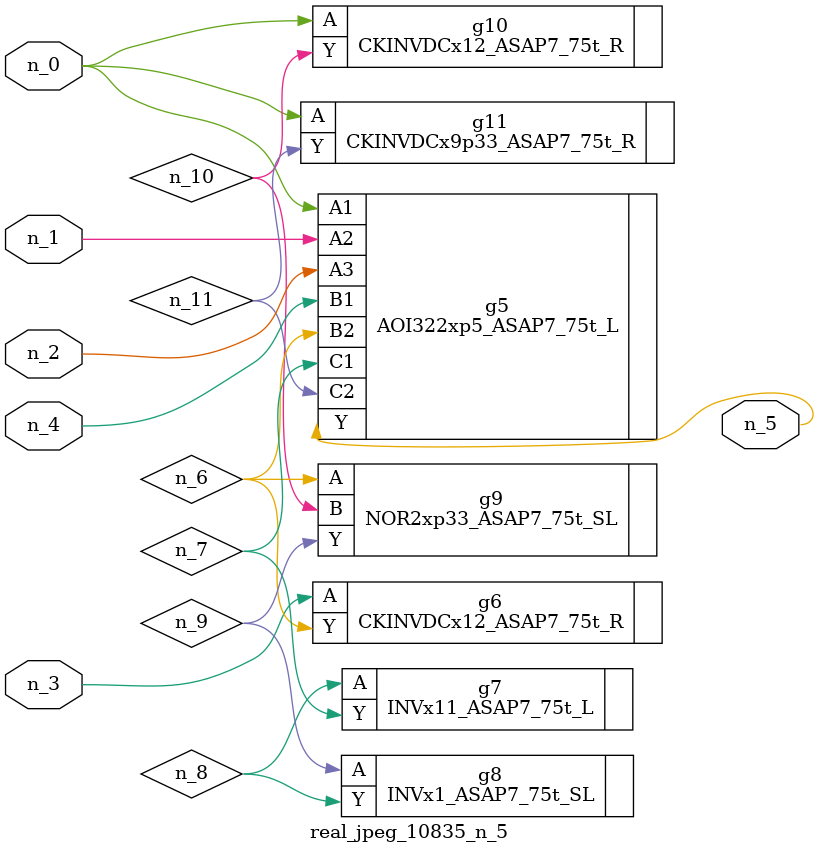
<source format=v>
module real_jpeg_10835_n_5 (n_4, n_0, n_1, n_2, n_3, n_5);

input n_4;
input n_0;
input n_1;
input n_2;
input n_3;

output n_5;

wire n_8;
wire n_11;
wire n_6;
wire n_7;
wire n_10;
wire n_9;

AOI322xp5_ASAP7_75t_L g5 ( 
.A1(n_0),
.A2(n_1),
.A3(n_2),
.B1(n_4),
.B2(n_6),
.C1(n_7),
.C2(n_11),
.Y(n_5)
);

CKINVDCx12_ASAP7_75t_R g10 ( 
.A(n_0),
.Y(n_10)
);

CKINVDCx9p33_ASAP7_75t_R g11 ( 
.A(n_0),
.Y(n_11)
);

CKINVDCx12_ASAP7_75t_R g6 ( 
.A(n_3),
.Y(n_6)
);

NOR2xp33_ASAP7_75t_SL g9 ( 
.A(n_6),
.B(n_10),
.Y(n_9)
);

INVx11_ASAP7_75t_L g7 ( 
.A(n_8),
.Y(n_7)
);

INVx1_ASAP7_75t_SL g8 ( 
.A(n_9),
.Y(n_8)
);


endmodule
</source>
